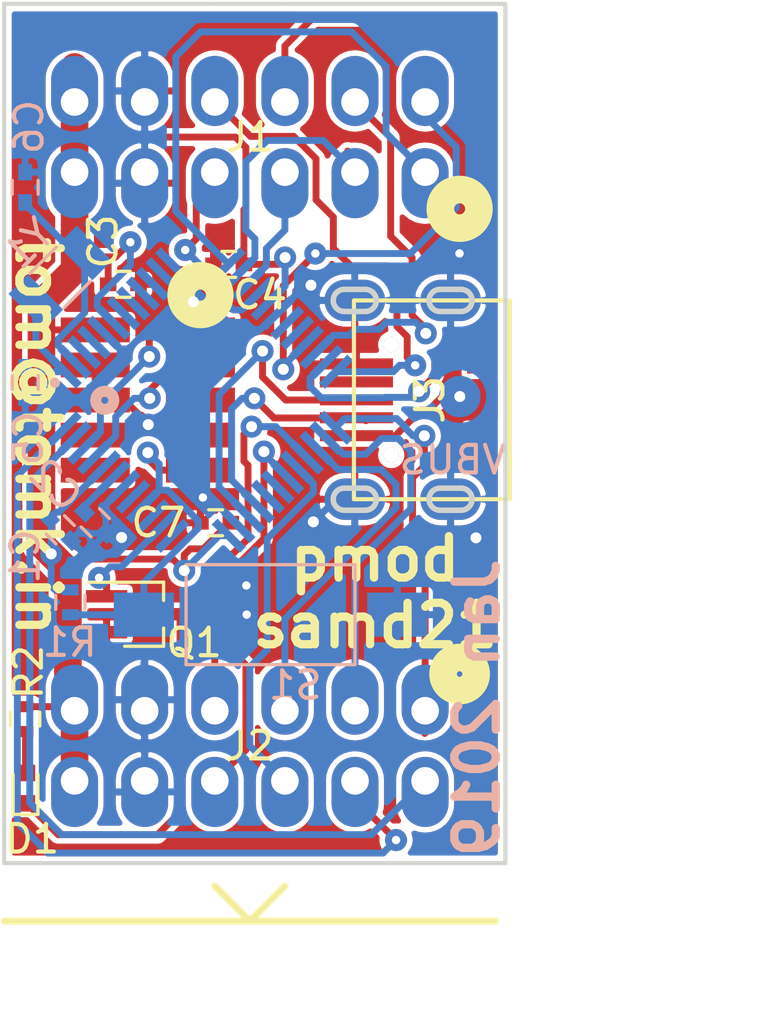
<source format=kicad_pcb>
(kicad_pcb (version 20171130) (host pcbnew 5.0.1)
  (layers (0 F.Cu signal hide) (31 B.Cu signal hide) (34 B.Paste user hide) (35 F.Paste user hide) (36 B.SilkS user) (37 F.SilkS user hide) (38 B.Mask user) (39 F.Mask user) (44 Edge.Cuts user))
  (net 0 "")
  (net 1 GND)
  (net 2 +3V3)
  (net 3 "Net-(C2-Pad1)")
  (net 4 "Net-(C5-Pad2)")
  (net 5 "Net-(C6-Pad1)")
  (net 6 /SER2_0)
  (net 7 /SER0_0)
  (net 8 /SER2_1)
  (net 9 /SER0_1)
  (net 10 /SER2_2)
  (net 11 /SER0_2)
  (net 12 /SER2_3)
  (net 13 /SER0_3)
  (net 14 /SER5_3)
  (net 15 /SER1_3)
  (net 16 /SER5_2)
  (net 17 /SER1_2)
  (net 18 /SER5_1)
  (net 19 /SER1_1)
  (net 20 /SER5_0)
  (net 21 /SER1_0)
  (net 22 /~RESET)
  (net 23 /SWCLK)
  (net 24 /SWDIO)
  (net 25 /BLUE_LED)
  (net 26 /USB_D+)
  (net 27 /USB_D-)
  (net 28 "Net-(D1-Pad1)")
  (net 29 "Net-(D1-Pad2)")
  (net 30 "Net-(J3-Pad1)")
  (module tom-connectors:PMOD_2X6_PTH_RA_SOCKET (layer F.Cu) (at 151.65 161.75)
    (fp_text reference J2 (at 0 0) (layer F.SilkS))
    (fp_text value PMOD-2x6-FEMALE hide)
    (pad 12 thru_hole oval (at -6.35 1.27 270) (size 2.54 1.7) (drill 1 (offset 0.4 0)) (layers *.Cu *.Mask) (net 2 +3V3))
    (pad 6 thru_hole oval (at -6.35 -1.27 270) (size 2.54 1.7) (drill 1 (offset -0.4 0)) (layers *.Cu *.Mask) (net 2 +3V3))
    (pad 11 thru_hole oval (at -3.81 1.27 270) (size 2.54 1.7) (drill 1 (offset 0.4 0)) (layers *.Cu *.Mask) (net 1 GND))
    (pad 5 thru_hole oval (at -3.81 -1.27 270) (size 2.54 1.7) (drill 1 (offset -0.4 0)) (layers *.Cu *.Mask) (net 1 GND))
    (pad 10 thru_hole oval (at -1.27 1.27 270) (size 2.54 1.7) (drill 1 (offset 0.4 0)) (layers *.Cu *.Mask) (net 14 /SER5_3))
    (pad 4 thru_hole oval (at -1.27 -1.27 270) (size 2.54 1.7) (drill 1 (offset -0.4 0)) (layers *.Cu *.Mask) (net 15 /SER1_3))
    (pad 9 thru_hole oval (at 1.27 1.27 270) (size 2.54 1.7) (drill 1 (offset 0.4 0)) (layers *.Cu *.Mask) (net 16 /SER5_2))
    (pad 3 thru_hole oval (at 1.27 -1.27 270) (size 2.54 1.7) (drill 1 (offset -0.4 0)) (layers *.Cu *.Mask) (net 17 /SER1_2))
    (pad 8 thru_hole oval (at 3.81 1.27 270) (size 2.54 1.7) (drill 1 (offset 0.4 0)) (layers *.Cu *.Mask) (net 18 /SER5_1))
    (pad 2 thru_hole oval (at 3.81 -1.27 270) (size 2.54 1.7) (drill 1 (offset -0.4 0)) (layers *.Cu *.Mask) (net 19 /SER1_1))
    (pad 7 thru_hole oval (at 6.35 1.27 270) (size 2.54 1.7) (drill 1 (offset 0.4 0)) (layers *.Cu *.Mask) (net 20 /SER5_0))
    (pad 1 thru_hole oval (at 6.35 -1.27 270) (size 2.54 1.7) (drill 1 (offset -0.4 0)) (layers *.Cu *.Mask) (net 21 /SER1_0))
  )
  (module tom-connectors:PMOD_2X6_PTH_RA_PLUG (layer F.Cu) (at 151.65 139.7 180)
    (fp_text reference J1 (at 0 0 180) (layer F.SilkS))
    (fp_text value PMOD-2x6-MALE hide)
    (pad 6 thru_hole oval (at 6.35 -1.27 90) (size 2.54 1.7) (drill 1 (offset -0.4 0)) (layers *.Cu *.Mask) (net 2 +3V3))
    (pad 12 thru_hole oval (at 6.35 1.27 90) (size 2.54 1.7) (drill 1 (offset 0.4 0)) (layers *.Cu *.Mask) (net 2 +3V3))
    (pad 5 thru_hole oval (at 3.81 -1.27 90) (size 2.54 1.7) (drill 1 (offset -0.4 0)) (layers *.Cu *.Mask) (net 1 GND))
    (pad 11 thru_hole oval (at 3.81 1.27 90) (size 2.54 1.7) (drill 1 (offset 0.4 0)) (layers *.Cu *.Mask) (net 1 GND))
    (pad 4 thru_hole oval (at 1.27 -1.27 90) (size 2.54 1.7) (drill 1 (offset -0.4 0)) (layers *.Cu *.Mask) (net 13 /SER0_3))
    (pad 10 thru_hole oval (at 1.27 1.27 90) (size 2.54 1.7) (drill 1 (offset 0.4 0)) (layers *.Cu *.Mask) (net 12 /SER2_3))
    (pad 3 thru_hole oval (at -1.27 -1.27 90) (size 2.54 1.7) (drill 1 (offset -0.4 0)) (layers *.Cu *.Mask) (net 11 /SER0_2))
    (pad 9 thru_hole oval (at -1.27 1.27 90) (size 2.54 1.7) (drill 1 (offset 0.4 0)) (layers *.Cu *.Mask) (net 10 /SER2_2))
    (pad 2 thru_hole oval (at -3.81 -1.27 90) (size 2.54 1.7) (drill 1 (offset -0.4 0)) (layers *.Cu *.Mask) (net 9 /SER0_1))
    (pad 8 thru_hole oval (at -3.81 1.27 90) (size 2.54 1.7) (drill 1 (offset 0.4 0)) (layers *.Cu *.Mask) (net 8 /SER2_1))
    (pad 1 thru_hole oval (at -6.35 -1.27 90) (size 2.54 1.7) (drill 1 (offset -0.4 0)) (layers *.Cu *.Mask) (net 7 /SER0_0))
    (pad 7 thru_hole oval (at -6.35 1.27 90) (size 2.54 1.7) (drill 1 (offset 0.4 0)) (layers *.Cu *.Mask) (net 6 /SER2_0))
  )
  (module tom-connectors:USB_MICRO_TAOBAO_SMD_PTH (layer F.Cu) (at 161.07156 149.21738 90)
    (fp_text reference J3 (at 0 -2.9 90) (layer F.SilkS))
    (fp_text value USB_B_Micro hide)
    (fp_line (start 4 -2.53) (end 4 -1.77) (layer Edge.Cuts) (width 0.2))
    (fp_arc (start 3.6 -6) (end 4 -6) (angle -180) (layer Edge.Cuts) (width 0.2))
    (fp_line (start 4 -6) (end 4 -5.24) (layer Edge.Cuts) (width 0.2))
    (fp_line (start 3.2 -6) (end 3.2 -5.24) (layer Edge.Cuts) (width 0.2))
    (fp_arc (start 3.6 -5.24) (end 4 -5.24) (angle 180) (layer Edge.Cuts) (width 0.2))
    (fp_arc (start 3.6 -2.53) (end 4 -2.53) (angle -180) (layer Edge.Cuts) (width 0.2))
    (fp_arc (start 3.6 -1.77) (end 4 -1.77) (angle 180) (layer Edge.Cuts) (width 0.2))
    (fp_line (start 3.2 -2.53) (end 3.2 -1.77) (layer Edge.Cuts) (width 0.2))
    (fp_arc (start -3.6 -2.53) (end -3.2 -2.53) (angle -180) (layer Edge.Cuts) (width 0.2))
    (fp_line (start -3.2 -2.53) (end -3.2 -1.77) (layer Edge.Cuts) (width 0.2))
    (fp_line (start -4 -2.53) (end -4 -1.77) (layer Edge.Cuts) (width 0.2))
    (fp_arc (start -3.6 -1.77) (end -3.2 -1.77) (angle 180) (layer Edge.Cuts) (width 0.2))
    (fp_line (start -4 -6) (end -4 -5.24) (layer Edge.Cuts) (width 0.2))
    (fp_line (start -3.2 -6) (end -3.2 -5.24) (layer Edge.Cuts) (width 0.2))
    (fp_arc (start -3.6 -5.24) (end -3.2 -5.24) (angle 180) (layer Edge.Cuts) (width 0.2))
    (fp_arc (start -3.6 -6) (end -3.2 -6) (angle -180) (layer Edge.Cuts) (width 0.2))
    (pad 6 smd rect (at -1.5 -1 90) (size 1.1 1.1) (layers F.Cu F.Paste F.Mask) (net 1 GND))
    (pad 6 smd rect (at 1.5 -1 90) (size 1.1 1.1) (layers F.Cu F.Paste F.Mask) (net 1 GND))
    (pad 3 smd rect (at 0 -5.56 90) (size 0.4 2.65) (layers F.Cu F.Paste F.Mask) (net 26 /USB_D+))
    (pad LOCATE thru_hole circle (at -2 -4.3 90) (size 0.55 0.55) (drill 0.55) (layers *.Cu *.Mask))
    (pad LOCATE thru_hole circle (at 2 -4.3 90) (size 0.55 0.55) (drill 0.55) (layers *.Cu *.Mask))
    (pad 2 smd rect (at -0.65 -5.56 90) (size 0.4 2.65) (layers F.Cu F.Paste F.Mask) (net 27 /USB_D-))
    (pad 1 smd rect (at -1.3 -5.56 90) (size 0.4 2.65) (layers F.Cu F.Paste F.Mask) (net 30 "Net-(J3-Pad1)"))
    (pad 4 smd rect (at 0.65 -5.56 90) (size 0.4 2.65) (layers F.Cu F.Paste F.Mask))
    (pad 5 smd rect (at 1.3 -5.56 90) (size 0.4 2.65) (layers F.Cu F.Paste F.Mask) (net 1 GND))
    (pad 6 smd oval (at -3.6 -2.15 90) (size 1.5 2.2) (layers F.Cu F.Mask) (net 1 GND))
    (pad 6 smd oval (at 3.6 -2.15 90) (size 1.5 2.2) (layers F.Cu F.Mask) (net 1 GND))
    (pad 6 smd oval (at 3.6 -5.62 90) (size 1.5 2.2) (layers F.Cu F.Mask) (net 1 GND))
    (pad 6 smd oval (at -3.6 -5.62 90) (size 1.5 2.2) (layers F.Cu F.Mask) (net 1 GND))
    (pad 6 smd oval (at -3.6 -5.62 90) (size 1.5 2.2) (layers B.Cu B.Mask) (net 1 GND))
    (pad 6 smd oval (at -3.6 -2.15 90) (size 1.5 2.2) (layers B.Cu B.Mask) (net 1 GND))
    (pad 6 smd oval (at 3.6 -5.62 90) (size 1.5 2.2) (layers B.Cu B.Mask) (net 1 GND))
    (pad 6 smd oval (at 3.6 -2.15 90) (size 1.5 2.2) (layers B.Cu B.Mask) (net 1 GND))
  )
  (module tom-connectors:CONN_1.27_2x5 (layer F.Cu) (at 147.955 149.225 270)
    (fp_text reference J4 hide)
    (fp_text value CORTEX_DEBUGPTH hide)
    (pad 9 smd rect (at 2.54 1.905 270) (size 0.9 2.5) (layers F.Cu F.Paste F.Mask))
    (pad 10 smd rect (at 2.54 -1.905 270) (size 0.9 2.5) (layers F.Cu F.Paste F.Mask) (net 22 /~RESET))
    (pad 7 smd rect (at 1.27 1.905 270) (size 0.9 2.5) (layers F.Cu F.Paste F.Mask))
    (pad 8 smd rect (at 1.27 -1.905 270) (size 0.9 2.5) (layers F.Cu F.Paste F.Mask))
    (pad 5 smd rect (at 0 1.905 270) (size 0.9 2.5) (layers F.Cu F.Paste F.Mask) (net 1 GND))
    (pad 6 smd rect (at 0 -1.905 270) (size 0.9 2.5) (layers F.Cu F.Paste F.Mask))
    (pad 3 smd rect (at -1.27 1.905 270) (size 0.9 2.5) (layers F.Cu F.Paste F.Mask) (net 1 GND))
    (pad 4 smd rect (at -1.27 -1.905 270) (size 0.9 2.5) (layers F.Cu F.Paste F.Mask) (net 23 /SWCLK))
    (pad 1 smd rect (at -2.54 1.905 270) (size 0.9 2.5) (layers F.Cu F.Paste F.Mask) (net 2 +3V3))
    (pad 2 smd rect (at -2.54 -1.905 270) (size 0.9 2.5) (layers F.Cu F.Paste F.Mask) (net 24 /SWDIO))
  )
  (module tom-semiconductors:QFP50P900X900X120-48N (layer B.Cu) (at 149.86 149.225 315)
    (fp_text reference U1 hide)
    (fp_text value ATSAMD21G-A hide)
    (pad 1 smd rect (at -4.2 2.75 135) (size 1.45 0.3) (layers B.Cu B.Paste B.Mask) (net 4 "Net-(C5-Pad2)"))
    (pad 2 smd rect (at -4.2 2.25 135) (size 1.45 0.3) (layers B.Cu B.Paste B.Mask) (net 5 "Net-(C6-Pad1)"))
    (pad 3 smd rect (at -4.2 1.749999 135) (size 1.45 0.3) (layers B.Cu B.Paste B.Mask))
    (pad 4 smd rect (at -4.2 1.25 135) (size 1.45 0.3) (layers B.Cu B.Paste B.Mask))
    (pad 5 smd rect (at -4.2 0.750001 135) (size 1.45 0.3) (layers B.Cu B.Paste B.Mask) (net 1 GND))
    (pad 6 smd rect (at -4.2 0.25 135) (size 1.45 0.3) (layers B.Cu B.Paste B.Mask) (net 2 +3V3))
    (pad 7 smd rect (at -4.2 -0.25 135) (size 1.45 0.3) (layers B.Cu B.Paste B.Mask))
    (pad 8 smd rect (at -4.2 -0.750001 135) (size 1.45 0.3) (layers B.Cu B.Paste B.Mask))
    (pad 9 smd rect (at -4.2 -1.25 135) (size 1.45 0.3) (layers B.Cu B.Paste B.Mask))
    (pad 11 smd rect (at -4.2 -2.25 135) (size 1.45 0.3) (layers B.Cu B.Paste B.Mask))
    (pad 12 smd rect (at -4.2 -2.75 135) (size 1.45 0.3) (layers B.Cu B.Paste B.Mask))
    (pad 13 smd rect (at -2.75 -4.2 45) (size 1.45 0.3) (layers B.Cu B.Paste B.Mask) (net 7 /SER0_0))
    (pad 14 smd rect (at -2.25 -4.2 45) (size 1.45 0.3) (layers B.Cu B.Paste B.Mask) (net 9 /SER0_1))
    (pad 15 smd rect (at -1.749999 -4.2 45) (size 1.45 0.3) (layers B.Cu B.Paste B.Mask) (net 11 /SER0_2))
    (pad 16 smd rect (at -1.25 -4.2 45) (size 1.45 0.3) (layers B.Cu B.Paste B.Mask) (net 13 /SER0_3))
    (pad 17 smd rect (at -0.750001 -4.2 225) (size 1.45 0.3) (layers B.Cu B.Paste B.Mask) (net 2 +3V3))
    (pad 18 smd rect (at -0.25 -4.2 45) (size 1.45 0.3) (layers B.Cu B.Paste B.Mask) (net 1 GND))
    (pad 19 smd rect (at 0.25 -4.2 225) (size 1.45 0.3) (layers B.Cu B.Paste B.Mask))
    (pad 20 smd rect (at 0.750001 -4.2 225) (size 1.45 0.3) (layers B.Cu B.Paste B.Mask))
    (pad 21 smd rect (at 1.25 -4.2 225) (size 1.45 0.3) (layers B.Cu B.Paste B.Mask) (net 6 /SER2_0))
    (pad 22 smd rect (at 1.749999 -4.2 225) (size 1.45 0.3) (layers B.Cu B.Paste B.Mask) (net 8 /SER2_1))
    (pad 23 smd rect (at 2.25 -4.2 225) (size 1.45 0.3) (layers B.Cu B.Paste B.Mask) (net 10 /SER2_2))
    (pad 24 smd rect (at 2.75 -4.2 225) (size 1.45 0.3) (layers B.Cu B.Paste B.Mask) (net 12 /SER2_3))
    (pad 10 smd rect (at -4.2 -1.749999 135) (size 1.45 0.3) (layers B.Cu B.Paste B.Mask))
    (pad 25 smd rect (at 4.17 -2.75 315) (size 1.45 0.3) (layers B.Cu B.Paste B.Mask) (net 21 /SER1_0))
    (pad 26 smd rect (at 4.2 -2.25 315) (size 1.45 0.3) (layers B.Cu B.Paste B.Mask) (net 19 /SER1_1))
    (pad 27 smd rect (at 4.2 -1.749999 315) (size 1.45 0.3) (layers B.Cu B.Paste B.Mask) (net 17 /SER1_2))
    (pad 28 smd rect (at 4.2 -1.25 315) (size 1.45 0.3) (layers B.Cu B.Paste B.Mask) (net 15 /SER1_3))
    (pad 29 smd rect (at 4.2 -0.750001 315) (size 1.45 0.3) (layers B.Cu B.Paste B.Mask) (net 16 /SER5_2))
    (pad 30 smd rect (at 4.2 -0.25 315) (size 1.45 0.3) (layers B.Cu B.Paste B.Mask) (net 14 /SER5_3))
    (pad 31 smd rect (at 4.2 0.25 315) (size 1.45 0.3) (layers B.Cu B.Paste B.Mask))
    (pad 32 smd rect (at 4.2 0.750001 315) (size 1.45 0.3) (layers B.Cu B.Paste B.Mask))
    (pad 33 smd rect (at 4.2 1.25 315) (size 1.45 0.3) (layers B.Cu B.Paste B.Mask) (net 27 /USB_D-))
    (pad 35 smd rect (at 4.2 2.25 315) (size 1.45 0.3) (layers B.Cu B.Paste B.Mask) (net 1 GND))
    (pad 36 smd rect (at 4.2 2.75 315) (size 1.45 0.3) (layers B.Cu B.Paste B.Mask) (net 2 +3V3))
    (pad 34 smd rect (at 4.2 1.749999 315) (size 1.45 0.3) (layers B.Cu B.Paste B.Mask) (net 26 /USB_D+))
    (pad 37 smd rect (at 2.75 4.2 225) (size 1.45 0.3) (layers B.Cu B.Paste B.Mask))
    (pad 38 smd rect (at 2.25 4.2 225) (size 1.45 0.3) (layers B.Cu B.Paste B.Mask) (net 25 /BLUE_LED))
    (pad 39 smd rect (at 1.749999 4.2 225) (size 1.45 0.3) (layers B.Cu B.Paste B.Mask))
    (pad 40 smd rect (at 1.25 4.2 225) (size 1.45 0.3) (layers B.Cu B.Paste B.Mask) (net 22 /~RESET))
    (pad 41 smd rect (at 0.750001 4.2 225) (size 1.45 0.3) (layers B.Cu B.Paste B.Mask))
    (pad 42 smd rect (at 0.25 4.2 225) (size 1.45 0.3) (layers B.Cu B.Paste B.Mask) (net 1 GND))
    (pad 43 smd rect (at -0.25 4.2 45) (size 1.45 0.3) (layers B.Cu B.Paste B.Mask) (net 3 "Net-(C2-Pad1)"))
    (pad 44 smd rect (at -0.750001 4.2 45) (size 1.45 0.3) (layers B.Cu B.Paste B.Mask) (net 2 +3V3))
    (pad 45 smd rect (at -1.25 4.2 45) (size 1.45 0.3) (layers B.Cu B.Paste B.Mask) (net 23 /SWCLK))
    (pad 46 smd rect (at -1.749999 4.2 45) (size 1.45 0.3) (layers B.Cu B.Paste B.Mask) (net 24 /SWDIO))
    (pad 47 smd rect (at -2.25 4.2 45) (size 1.45 0.3) (layers B.Cu B.Paste B.Mask) (net 20 /SER5_0))
    (pad 48 smd rect (at -2.75 4.2 45) (size 1.45 0.3) (layers B.Cu B.Paste B.Mask) (net 18 /SER5_1))
  )
  (module Crystals:Crystal_SMD_3215-2pin_3.2x1.5mm (layer B.Cu) (at 144.78 144.78 45)
    (fp_text reference Y1 (at 0.053882 -1.670328 225) (layer B.SilkS) (effects (justify mirror)))
    (fp_text value 32.768kHz hide)
    (pad 1 smd rect (at 1.249999 0 45) (size 1 1.8) (layers B.Cu B.Paste B.Mask) (net 5 "Net-(C6-Pad1)"))
    (pad 2 smd rect (at -1.249999 0 45) (size 1 1.8) (layers B.Cu B.Paste B.Mask) (net 4 "Net-(C5-Pad2)"))
  )
  (module Capacitors_SMD:C_0402 (layer B.Cu) (at 144.78 153.924 315)
    (fp_text reference C1 (at -0.215526 1.580525 90) (layer B.SilkS) (effects (justify mirror)))
    (fp_text value 0.1uF hide)
    (pad 1 smd rect (at -0.55 0 315) (size 0.6 0.5) (layers B.Cu B.Paste B.Mask) (net 2 +3V3))
    (pad 2 smd rect (at 0.55 0 315) (size 0.6 0.5) (layers B.Cu B.Paste B.Mask) (net 1 GND))
  )
  (module Capacitors_SMD:C_0402 (layer B.Cu) (at 146.05 153.67 315)
    (fp_text reference C2 (at -1.984637 0.062862 135) (layer B.SilkS) (effects (justify mirror)))
    (fp_text value 0.1uF hide)
    (pad 1 smd rect (at -0.55 0 315) (size 0.6 0.5) (layers B.Cu B.Paste B.Mask) (net 3 "Net-(C2-Pad1)"))
    (pad 2 smd rect (at 0.55 0 315) (size 0.6 0.5) (layers B.Cu B.Paste B.Mask) (net 1 GND))
  )
  (module Capacitors_SMD:C_0402 (layer F.Cu) (at 147.066 145.034)
    (fp_text reference C3 (at -0.7366 -1.5494 90) (layer F.SilkS))
    (fp_text value 0.1uF hide)
    (pad 1 smd rect (at -0.55 0) (size 0.6 0.5) (layers F.Cu F.Paste F.Mask) (net 2 +3V3))
    (pad 2 smd rect (at 0.55 0) (size 0.6 0.5) (layers F.Cu F.Paste F.Mask) (net 1 GND))
  )
  (module Capacitors_SMD:C_0402 (layer F.Cu) (at 150.885305 144.310608 180)
    (fp_text reference C4 (at -1.133695 -1.104392 180) (layer F.SilkS))
    (fp_text value 0.1uF hide)
    (pad 1 smd rect (at -0.55 0 180) (size 0.6 0.5) (layers F.Cu F.Paste F.Mask) (net 2 +3V3))
    (pad 2 smd rect (at 0.55 0 180) (size 0.6 0.5) (layers F.Cu F.Paste F.Mask) (net 1 GND))
  )
  (module Capacitors_SMD:C_0402 (layer B.Cu) (at 143.51 148.59 90)
    (fp_text reference C5 (at -2.0193 0.1143 270) (layer B.SilkS) (effects (justify mirror)))
    (fp_text value 15pF hide)
    (pad 1 smd rect (at -0.55 0 90) (size 0.6 0.5) (layers B.Cu B.Paste B.Mask) (net 1 GND))
    (pad 2 smd rect (at 0.55 0 90) (size 0.6 0.5) (layers B.Cu B.Paste B.Mask) (net 4 "Net-(C5-Pad2)"))
  )
  (module Capacitors_SMD:C_0402 (layer B.Cu) (at 143.51 141.52 90)
    (fp_text reference C6 (at 2.1883 0.1397 90) (layer B.SilkS) (effects (justify mirror)))
    (fp_text value 15pF hide)
    (pad 1 smd rect (at -0.55 0 90) (size 0.6 0.5) (layers B.Cu B.Paste B.Mask) (net 5 "Net-(C6-Pad1)"))
    (pad 2 smd rect (at 0.55 0 90) (size 0.6 0.5) (layers B.Cu B.Paste B.Mask) (net 1 GND))
  )
  (module Capacitors_SMD:C_0402 (layer F.Cu) (at 150.41 153.67 180)
    (fp_text reference C7 (at 2.074 0 180) (layer F.SilkS))
    (fp_text value 1uF hide)
    (pad 1 smd rect (at -0.55 0 180) (size 0.6 0.5) (layers F.Cu F.Paste F.Mask) (net 2 +3V3))
    (pad 2 smd rect (at 0.55 0 180) (size 0.6 0.5) (layers F.Cu F.Paste F.Mask) (net 1 GND))
  )
  (module TO_SOT_Packages_SMD:SOT-323_SC-70_Handsoldering (layer F.Cu) (at 147.7899 156.9847)
    (fp_text reference Q1 (at 1.8415 1.0287) (layer F.SilkS))
    (fp_text value 2N7002PW hide)
    (pad 1 smd rect (at -1.33 -0.65 270) (size 0.45 1.5) (layers F.Cu F.Paste F.Mask) (net 25 /BLUE_LED))
    (pad 2 smd rect (at -1.33 0.65 270) (size 0.45 1.5) (layers F.Cu F.Paste F.Mask) (net 1 GND))
    (pad 3 smd rect (at 1.33 0 270) (size 0.45 1.5) (layers F.Cu F.Paste F.Mask) (net 28 "Net-(D1-Pad1)"))
  )
  (module Resistors_SMD:R_0402 (layer B.Cu) (at 145.1483 156.5529 90)
    (fp_text reference R1 (at -1.4478 -0.0254 180) (layer B.SilkS) (effects (justify mirror)))
    (fp_text value 10K hide)
    (pad 1 smd rect (at -0.45 0 90) (size 0.4 0.6) (layers B.Cu B.Paste B.Mask) (net 22 /~RESET))
    (pad 2 smd rect (at 0.45 0 90) (size 0.4 0.6) (layers B.Cu B.Paste B.Mask) (net 2 +3V3))
  )
  (module Resistors_SMD:R_0402 (layer F.Cu) (at 143.51 160.782 90)
    (fp_text reference R2 (at 1.7018 0.1143 90) (layer F.SilkS))
    (fp_text value 330 hide)
    (pad 1 smd rect (at -0.45 0 90) (size 0.4 0.6) (layers F.Cu F.Paste F.Mask) (net 29 "Net-(D1-Pad2)"))
    (pad 2 smd rect (at 0.45 0 90) (size 0.4 0.6) (layers F.Cu F.Paste F.Mask) (net 2 +3V3))
  )
  (module LEDs:LED_0402 (layer F.Cu) (at 143.5227 163.2839 90)
    (fp_text reference D1 (at -1.8415 0.2413 180) (layer F.SilkS))
    (fp_text value LED hide)
    (pad 2 smd rect (at 0.55 0 270) (size 0.6 0.7) (layers F.Cu F.Paste F.Mask) (net 29 "Net-(D1-Pad2)"))
    (pad 1 smd rect (at -0.55 0 270) (size 0.6 0.7) (layers F.Cu F.Paste F.Mask) (net 28 "Net-(D1-Pad1)"))
  )
  (module tom-mechanical:SW_SPST_SMD_2PIN_3.5x6.0 (layer B.Cu) (at 152.4 157)
    (fp_text reference S1 (at 0.89662 2.55778) (layer B.SilkS) (effects (justify mirror)))
    (fp_text value SWITCH-MOMENTARY-2SMD hide)
    (pad 1 smd rect (at -4.59 0) (size 2.18 1.6) (layers B.Cu B.Paste B.Mask) (net 22 /~RESET))
    (pad 2 smd rect (at 4.59 0) (size 2.18 1.6) (layers B.Cu B.Paste B.Mask) (net 1 GND))
  )
  (module Measurement_Points:Measurement_Point_Round-SMD-Pad_Small (layer B.Cu) (at 159.258 149.098)
    (fp_text reference TP1 hide)
    (fp_text value VBUS (at -0.254 2.29616) (layer B.SilkS) (effects (justify mirror)))
    (pad 1 smd circle (at 0 0) (size 1.5 1.5) (layers B.Cu B.Mask) (net 30 "Net-(J3-Pad1)"))
  )
  (gr_line (start 142.748 134.874) (end 142.748 166) (layer Edge.Cuts) (width 0.15))
  (gr_text "Jan 2019" (at 159.8803 160.3756 90) (layer B.SilkS) (effects (font (size 1.5 1.5) (thickness 0.3)) (justify mirror)))
  (gr_text "pmod\nsamd21" (at 156.1846 156.1846) (layer F.SilkS) (effects (font (size 1.5 1.5) (thickness 0.3))))
  (gr_text tom@tomk.in (at 143.9799 150.5458 270) (layer F.SilkS) (effects (font (size 1.5 1.5) (thickness 0.3))))
  (gr_line (start 160.909 134.874) (end 142.748 134.874) (layer Edge.Cuts) (width 0.15))
  (gr_line (start 160.909 166) (end 160.909 134.874) (layer Edge.Cuts) (width 0.15))
  (gr_line (start 142.7607 166) (end 160.909 166) (layer Edge.Cuts) (width 0.15))
  (via (at 159.8422 154.2161) (size 0.8) (drill 0.4) (layers F.Cu B.Cu) (net 1))
  (segment (start 149.86 152.908) (end 149.86 152.908) (width 0.25) (layer F.Cu) (net 1))
  (segment (start 149.86 152.908) (end 148.59 152.908) (width 0.25) (layer F.Cu) (net 1))
  (segment (start 148.59 152.908) (end 147.955 153.543) (width 0.25) (layer F.Cu) (net 1))
  (segment (start 145.422909 154.058909) (end 145.168909 154.312909) (width 0.25) (layer B.Cu) (net 1))
  (segment (start 146.438909 154.058909) (end 145.422909 154.058909) (width 0.25) (layer B.Cu) (net 1))
  (segment (start 146.438909 152.999644) (end 146.438909 154.058909) (width 0.25) (layer B.Cu) (net 1))
  (segment (start 147.066928 152.371625) (end 146.438909 152.999644) (width 0.25) (layer B.Cu) (net 1))
  (via (at 147.0025 154.2034) (size 0.8) (drill 0.4) (layers F.Cu B.Cu) (net 1))
  (segment (start 146.685 154.305) (end 146.438909 154.058909) (width 0.25) (layer B.Cu) (net 1))
  (segment (start 147.066 154.305) (end 146.685 154.305) (width 0.25) (layer B.Cu) (net 1))
  (segment (start 146.949996 147.375657) (end 146.949996 147.817004) (width 0.25) (layer B.Cu) (net 1))
  (segment (start 146.359821 146.785482) (end 146.949996 147.375657) (width 0.25) (layer B.Cu) (net 1))
  (segment (start 145.623577 149.143423) (end 144.995423 149.143423) (width 0.25) (layer B.Cu) (net 1))
  (segment (start 146.949996 147.817004) (end 145.623577 149.143423) (width 0.25) (layer B.Cu) (net 1))
  (via (at 147.97024 150.11654) (size 0.8) (drill 0.4) (layers F.Cu B.Cu) (net 1))
  (segment (start 149.86 152.908) (end 149.86 151.892) (width 0.25) (layer B.Cu) (net 1))
  (segment (start 149.86 151.892) (end 148.082 150.114) (width 0.25) (layer B.Cu) (net 1))
  (segment (start 146.949995 147.375656) (end 147.254587 147.375656) (width 0.25) (layer B.Cu) (net 1))
  (segment (start 146.359821 146.785482) (end 146.949995 147.375656) (width 0.25) (layer B.Cu) (net 1))
  (segment (start 147.254587 147.375656) (end 147.844761 146.785482) (width 0.25) (layer B.Cu) (net 1))
  (segment (start 147.844761 146.785482) (end 148.596284 146.785482) (width 0.25) (layer B.Cu) (net 1))
  (segment (start 148.596284 146.785482) (end 149.835117 148.024315) (width 0.25) (layer B.Cu) (net 1))
  (segment (start 149.835117 148.024315) (end 149.835117 148.59) (width 0.25) (layer B.Cu) (net 1))
  (segment (start 152.027558 146.668549) (end 150.605549 146.668549) (width 0.25) (layer B.Cu) (net 1))
  (segment (start 152.617732 146.078375) (end 152.027558 146.668549) (width 0.25) (layer B.Cu) (net 1))
  (segment (start 150.005999 146.068999) (end 149.606 145.669) (width 0.25) (layer B.Cu) (net 1))
  (segment (start 152.653072 146.078375) (end 152.617732 146.078375) (width 0.25) (layer B.Cu) (net 1))
  (segment (start 150.605549 146.668549) (end 150.005999 146.068999) (width 0.25) (layer B.Cu) (net 1))
  (via (at 149.606 145.669) (size 0.8) (drill 0.4) (layers F.Cu B.Cu) (net 1))
  (segment (start 147.653659 149.776341) (end 147.726341 149.776341) (width 0.25) (layer F.Cu) (net 1))
  (segment (start 147.102318 149.225) (end 147.653659 149.776341) (width 0.25) (layer F.Cu) (net 1))
  (segment (start 146.05 149.225) (end 147.102318 149.225) (width 0.25) (layer F.Cu) (net 1))
  (segment (start 147.726341 149.776341) (end 148.075 150.125) (width 0.25) (layer F.Cu) (net 1))
  (segment (start 146.05 147.955) (end 146.05 149.225) (width 0.25) (layer F.Cu) (net 1))
  (via (at 153.86304 145.06702) (size 0.8) (drill 0.4) (layers F.Cu B.Cu) (net 1))
  (via (at 153.9494 153.63698) (size 0.8) (drill 0.4) (layers F.Cu B.Cu) (net 1))
  (segment (start 147.81 161.25) (end 147.77 161.29) (width 0.25) (layer B.Cu) (net 1))
  (segment (start 147.81 158.75) (end 147.81 161.25) (width 0.25) (layer B.Cu) (net 1))
  (via (at 151.5237 155.9433) (size 0.8) (drill 0.3048) (layers F.Cu B.Cu) (net 1))
  (via (at 151.5364 156.9974) (size 0.8) (drill 0.3048) (layers F.Cu B.Cu) (net 1))
  (segment (start 149.86 152.908) (end 149.86 153.67) (width 0.25) (layer F.Cu) (net 1))
  (via (at 149.9489 152.7556) (size 0.75) (drill 0.3048) (layers F.Cu B.Cu) (net 1))
  (segment (start 158.92156 146.61738) (end 160.3883 148.08412) (width 0.25) (layer B.Cu) (net 1))
  (segment (start 158.92156 145.61738) (end 158.92156 146.61738) (width 0.25) (layer B.Cu) (net 1))
  (segment (start 158.92156 151.81738) (end 158.92156 152.81738) (width 0.25) (layer B.Cu) (net 1))
  (segment (start 160.3883 150.35064) (end 158.92156 151.81738) (width 0.25) (layer B.Cu) (net 1))
  (segment (start 160.3883 148.08412) (end 160.3883 150.35064) (width 0.25) (layer B.Cu) (net 1))
  (segment (start 155.45156 152.81738) (end 154.77662 152.81738) (width 0.25) (layer B.Cu) (net 1))
  (segment (start 154.77662 152.81738) (end 153.9494 153.6446) (width 0.25) (layer B.Cu) (net 1))
  (segment (start 154.10156 145.61738) (end 153.8605 145.37632) (width 0.25) (layer B.Cu) (net 1))
  (segment (start 155.45156 145.61738) (end 154.10156 145.61738) (width 0.25) (layer B.Cu) (net 1))
  (segment (start 153.8605 145.37632) (end 153.8605 145.0594) (width 0.25) (layer B.Cu) (net 1))
  (segment (start 154.10156 145.61738) (end 153.8732 145.38902) (width 0.25) (layer F.Cu) (net 1))
  (segment (start 155.45156 145.61738) (end 154.10156 145.61738) (width 0.25) (layer F.Cu) (net 1))
  (segment (start 153.8732 145.38902) (end 153.8732 145.0594) (width 0.25) (layer F.Cu) (net 1))
  (segment (start 154.10156 152.81738) (end 153.9621 152.95684) (width 0.25) (layer F.Cu) (net 1))
  (segment (start 155.45156 152.81738) (end 154.10156 152.81738) (width 0.25) (layer F.Cu) (net 1))
  (segment (start 153.9621 152.95684) (end 153.9621 153.6319) (width 0.25) (layer F.Cu) (net 1))
  (segment (start 158.92156 154.85756) (end 159.4993 155.4353) (width 0.25) (layer F.Cu) (net 1))
  (segment (start 158.92156 152.81738) (end 158.92156 154.85756) (width 0.25) (layer F.Cu) (net 1))
  (segment (start 159.4993 155.4353) (end 159.5247 155.4353) (width 0.25) (layer F.Cu) (net 1))
  (via (at 159.2453 143.9164) (size 0.8) (drill 0.3048) (layers F.Cu B.Cu) (net 1))
  (segment (start 158.92156 145.61738) (end 158.92156 144.22744) (width 0.25) (layer F.Cu) (net 1))
  (segment (start 158.92156 144.22744) (end 159.2326 143.9164) (width 0.25) (layer F.Cu) (net 1))
  (segment (start 144.736735 153.287604) (end 146.359821 151.664518) (width 0.25) (layer B.Cu) (net 2))
  (segment (start 144.638578 153.287604) (end 144.736735 153.287604) (width 0.25) (layer B.Cu) (net 2))
  (segment (start 144.391091 153.535091) (end 144.638578 153.287604) (width 0.25) (layer B.Cu) (net 2))
  (segment (start 149.271998 154.833491) (end 149.271998 155.399176) (width 0.25) (layer F.Cu) (net 2))
  (segment (start 150.96 153.67) (end 150.91 153.67) (width 0.25) (layer F.Cu) (net 2))
  (segment (start 150.531782 154.139392) (end 149.271998 155.399176) (width 0.25) (layer B.Cu) (net 2))
  (segment (start 150.885305 154.139392) (end 150.531782 154.139392) (width 0.25) (layer B.Cu) (net 2))
  (segment (start 149.49049 154.614999) (end 149.271998 154.833491) (width 0.25) (layer F.Cu) (net 2))
  (segment (start 149.965001 154.614999) (end 149.49049 154.614999) (width 0.25) (layer F.Cu) (net 2))
  (segment (start 150.91 153.67) (end 149.965001 154.614999) (width 0.25) (layer F.Cu) (net 2))
  (via (at 149.271998 155.399176) (size 0.8) (drill 0.4) (layers F.Cu B.Cu) (net 2))
  (segment (start 145.242 161.232) (end 145.3 161.29) (width 0.25) (layer F.Cu) (net 2))
  (segment (start 144.099999 145.710001) (end 144.099999 152.739999) (width 1) (layer F.Cu) (net 2))
  (segment (start 145.3 144.51) (end 144.099999 145.710001) (width 1) (layer F.Cu) (net 2))
  (segment (start 145.3 142.24) (end 145.3 144.51) (width 1) (layer F.Cu) (net 2))
  (segment (start 145.3 144.51) (end 145.288 144.498) (width 0.25) (layer F.Cu) (net 2))
  (via (at 144.452067 154.798151) (size 0.8) (drill 0.4) (layers F.Cu B.Cu) (net 2))
  (segment (start 144.272 154.686) (end 144.384151 154.798151) (width 0.25) (layer F.Cu) (net 2))
  (segment (start 144.384151 154.798151) (end 144.452067 154.798151) (width 0.25) (layer F.Cu) (net 2))
  (segment (start 144.452067 153.596067) (end 144.391091 153.535091) (width 0.25) (layer B.Cu) (net 2))
  (segment (start 144.452067 154.798151) (end 144.452067 153.596067) (width 0.25) (layer B.Cu) (net 2))
  (segment (start 146.516 145.034) (end 146.516 144.19632) (width 0.25) (layer F.Cu) (net 2))
  (segment (start 145.288 144.018) (end 145.311155 144.041155) (width 0.25) (layer F.Cu) (net 2))
  (segment (start 146.1232 145.537163) (end 146.671165 144.989198) (width 0.25) (layer B.Cu) (net 2))
  (segment (start 146.1232 145.841753) (end 146.1232 145.537163) (width 0.25) (layer B.Cu) (net 2))
  (segment (start 146.713375 146.431928) (end 146.1232 145.841753) (width 0.25) (layer B.Cu) (net 2))
  (segment (start 146.516 144.19632) (end 146.671165 144.041155) (width 0.25) (layer F.Cu) (net 2))
  (segment (start 145.311155 144.041155) (end 146.10548 144.041155) (width 0.25) (layer F.Cu) (net 2))
  (segment (start 146.10548 144.041155) (end 146.671165 144.041155) (width 0.25) (layer F.Cu) (net 2))
  (segment (start 145.3 139.2929) (end 145.3 137.16) (width 0.25) (layer F.Cu) (net 2))
  (segment (start 145.415 139.4079) (end 145.3 139.2929) (width 0.25) (layer F.Cu) (net 2))
  (segment (start 144.55 146.685) (end 144.1 146.235) (width 0.25) (layer F.Cu) (net 2))
  (segment (start 146.05 146.685) (end 144.55 146.685) (width 0.25) (layer F.Cu) (net 2))
  (segment (start 144.1 146.235) (end 144.1 145.725) (width 0.25) (layer F.Cu) (net 2))
  (segment (start 152.299518 145.724821) (end 152.926674 145.097665) (width 0.25) (layer B.Cu) (net 2))
  (segment (start 152.926674 145.097665) (end 152.926674 144.628087) (width 0.25) (layer B.Cu) (net 2))
  (segment (start 152.926674 144.628087) (end 152.926674 144.062402) (width 0.25) (layer B.Cu) (net 2))
  (via (at 152.926674 144.062402) (size 0.8) (drill 0.4) (layers F.Cu B.Cu) (net 2))
  (segment (start 152.678468 144.310608) (end 152.926674 144.062402) (width 0.25) (layer F.Cu) (net 2))
  (segment (start 151.435305 144.310608) (end 152.678468 144.310608) (width 0.25) (layer F.Cu) (net 2))
  (segment (start 151.50741 142.256988) (end 151.50741 140.07741) (width 0.25) (layer F.Cu) (net 2))
  (segment (start 151.435305 144.310608) (end 151.435305 142.329093) (width 0.25) (layer F.Cu) (net 2))
  (segment (start 151.435305 142.329093) (end 151.50741 142.256988) (width 0.25) (layer F.Cu) (net 2))
  (segment (start 151.13 139.7) (end 145.3 139.7) (width 0.25) (layer F.Cu) (net 2))
  (segment (start 151.50741 140.07741) (end 151.13 139.7) (width 0.25) (layer F.Cu) (net 2))
  (segment (start 145.3 137.16) (end 145.3 139.7) (width 1) (layer F.Cu) (net 2))
  (segment (start 145.3 139.7) (end 145.3 142.24) (width 1) (layer F.Cu) (net 2))
  (via (at 147.32 143.51) (size 0.8) (drill 0.3048) (layers F.Cu B.Cu) (net 2))
  (segment (start 146.671165 144.989198) (end 147.32 144.340363) (width 0.25) (layer B.Cu) (net 2))
  (segment (start 147.32 144.340363) (end 147.32 143.51) (width 0.25) (layer B.Cu) (net 2))
  (segment (start 146.788845 144.041155) (end 146.671165 144.041155) (width 0.25) (layer F.Cu) (net 2))
  (segment (start 147.32 143.51) (end 146.788845 144.041155) (width 0.25) (layer F.Cu) (net 2))
  (segment (start 145.3 163.02) (end 145.3 160.48) (width 1) (layer F.Cu) (net 2))
  (segment (start 145.057499 160.237499) (end 145.057499 155.407999) (width 1) (layer F.Cu) (net 2))
  (segment (start 145.3 160.48) (end 145.057499 160.237499) (width 1) (layer F.Cu) (net 2))
  (segment (start 145.057499 155.407999) (end 144.4498 154.8003) (width 1) (layer F.Cu) (net 2))
  (segment (start 144.4498 154.8003) (end 144.1069 154.4574) (width 1) (layer F.Cu) (net 2))
  (segment (start 144.1069 154.4574) (end 144.1069 152.7429) (width 1) (layer F.Cu) (net 2))
  (segment (start 144.5983 156.1029) (end 144.4498 155.9544) (width 0.25) (layer B.Cu) (net 2))
  (segment (start 145.1483 156.1029) (end 144.5983 156.1029) (width 0.25) (layer B.Cu) (net 2))
  (segment (start 144.4498 155.9544) (end 144.4498 154.8003) (width 0.25) (layer B.Cu) (net 2))
  (segment (start 149.271998 155.399176) (end 148.85932 154.986498) (width 0.25) (layer F.Cu) (net 2))
  (segment (start 145.482802 154.986498) (end 145.0594 155.4099) (width 0.25) (layer F.Cu) (net 2))
  (segment (start 148.85932 154.986498) (end 145.482802 154.986498) (width 0.25) (layer F.Cu) (net 2))
  (segment (start 145.152 160.332) (end 145.3 160.48) (width 0.25) (layer F.Cu) (net 2))
  (segment (start 143.51 160.332) (end 145.152 160.332) (width 0.25) (layer F.Cu) (net 2))
  (segment (start 145.661091 153.070356) (end 145.661091 153.281091) (width 0.25) (layer B.Cu) (net 3))
  (segment (start 146.713375 152.018072) (end 145.661091 153.070356) (width 0.25) (layer B.Cu) (net 3))
  (segment (start 143.669695 148.199695) (end 143.51 148.04) (width 0.25) (layer B.Cu) (net 4))
  (segment (start 144.945608 148.199695) (end 143.669695 148.199695) (width 0.25) (layer B.Cu) (net 4))
  (segment (start 143.896117 147.150204) (end 144.945608 148.199695) (width 0.25) (layer B.Cu) (net 4))
  (segment (start 143.896117 145.663883) (end 143.896117 147.150204) (width 0.25) (layer B.Cu) (net 4))
  (segment (start 145.663883 144.703223) (end 145.663883 143.896117) (width 0.25) (layer B.Cu) (net 5))
  (segment (start 145.663883 146.063796) (end 145.663883 144.703223) (width 0.25) (layer B.Cu) (net 5))
  (segment (start 144.715799 147.01188) (end 145.663883 146.063796) (width 0.25) (layer B.Cu) (net 5))
  (segment (start 144.715799 147.26278) (end 144.715799 147.01188) (width 0.25) (layer B.Cu) (net 5))
  (segment (start 145.299161 147.846142) (end 144.715799 147.26278) (width 0.25) (layer B.Cu) (net 5))
  (segment (start 145.286117 143.896117) (end 145.663883 143.896117) (width 0.25) (layer B.Cu) (net 5))
  (segment (start 143.51 142.12) (end 145.286117 143.896117) (width 0.25) (layer B.Cu) (net 5))
  (segment (start 143.51 142.07) (end 143.51 142.12) (width 0.25) (layer B.Cu) (net 5))
  (segment (start 158 137.16) (end 158 138.5704) (width 0.25) (layer F.Cu) (net 6))
  (segment (start 157.988 138.5824) (end 158.2674 138.8618) (width 0.25) (layer B.Cu) (net 6))
  (via (at 152.860601 148.113057) (size 0.8) (drill 0.4) (layers F.Cu B.Cu) (net 6))
  (segment (start 152.860601 147.547372) (end 152.860601 148.113057) (width 0.25) (layer F.Cu) (net 6))
  (segment (start 153.713732 147.139035) (end 152.860601 147.992166) (width 0.25) (layer B.Cu) (net 6))
  (segment (start 152.860601 145.512188) (end 152.860601 147.547372) (width 0.25) (layer F.Cu) (net 6))
  (segment (start 152.860601 147.992166) (end 152.860601 148.113057) (width 0.25) (layer B.Cu) (net 6))
  (via (at 154.023472 143.918785) (size 0.8) (drill 0.3048) (layers F.Cu B.Cu) (net 6))
  (segment (start 152.860601 145.512188) (end 152.860601 145.086479) (width 0.25) (layer F.Cu) (net 6))
  (segment (start 152.860601 145.086479) (end 154.02814 143.91894) (width 0.25) (layer F.Cu) (net 6))
  (segment (start 158 138.936554) (end 158 138.43) (width 0.25) (layer B.Cu) (net 6))
  (segment (start 159.12741 140.063964) (end 158 138.936554) (width 0.25) (layer B.Cu) (net 6))
  (segment (start 159.12741 142.256988) (end 159.12741 140.063964) (width 0.25) (layer B.Cu) (net 6))
  (segment (start 157.465613 143.918785) (end 159.12741 142.256988) (width 0.25) (layer B.Cu) (net 6))
  (segment (start 154.023472 143.918785) (end 157.465613 143.918785) (width 0.25) (layer B.Cu) (net 6))
  (segment (start 158 142.24) (end 158 140.629076) (width 0.25) (layer F.Cu) (net 7))
  (segment (start 148.96741 142.392713) (end 148.96741 136.78259) (width 0.25) (layer B.Cu) (net 7))
  (segment (start 150.885305 144.310608) (end 148.96741 142.392713) (width 0.25) (layer B.Cu) (net 7))
  (segment (start 148.96741 136.78259) (end 149.86 135.89) (width 0.25) (layer B.Cu) (net 7))
  (segment (start 156.58741 139.55741) (end 158 140.97) (width 0.25) (layer B.Cu) (net 7))
  (segment (start 156.58741 137.143012) (end 156.58741 139.55741) (width 0.25) (layer B.Cu) (net 7))
  (segment (start 155.334398 135.89) (end 156.58741 137.143012) (width 0.25) (layer B.Cu) (net 7))
  (segment (start 149.86 135.89) (end 155.334398 135.89) (width 0.25) (layer B.Cu) (net 7))
  (segment (start 154.680568 146.879305) (end 155.252303 146.879305) (width 0.25) (layer B.Cu) (net 8))
  (segment (start 154.067285 147.492588) (end 154.680568 146.879305) (width 0.25) (layer B.Cu) (net 8))
  (segment (start 157.916599 146.985001) (end 157.988 146.9136) (width 0.25) (layer B.Cu) (net 8))
  (segment (start 158.03 146.775293) (end 158.03 146.79) (width 0.25) (layer F.Cu) (net 8))
  (segment (start 155.466629 146.664979) (end 156.334161 146.664979) (width 0.25) (layer B.Cu) (net 8))
  (segment (start 155.252303 146.879305) (end 155.466629 146.664979) (width 0.25) (layer B.Cu) (net 8))
  (segment (start 156.334161 146.664979) (end 156.591 146.40814) (width 0.25) (layer B.Cu) (net 8))
  (segment (start 156.591 146.40814) (end 157.66034 146.40814) (width 0.25) (layer B.Cu) (net 8))
  (segment (start 157.66034 146.40814) (end 158.02864 146.77644) (width 0.25) (layer B.Cu) (net 8))
  (via (at 158.02356 146.80946) (size 0.8) (drill 0.4) (layers F.Cu B.Cu) (net 8))
  (segment (start 155.46 137.16) (end 155.46 137.922) (width 0.25) (layer F.Cu) (net 8))
  (segment (start 156.75209 139.72209) (end 155.46 138.43) (width 0.25) (layer F.Cu) (net 8))
  (segment (start 156.75209 143.29263) (end 156.75209 139.72209) (width 0.25) (layer F.Cu) (net 8))
  (segment (start 157.52826 144.0688) (end 156.75209 143.29263) (width 0.25) (layer F.Cu) (net 8))
  (segment (start 157.52826 146.15668) (end 157.52826 144.0688) (width 0.25) (layer F.Cu) (net 8))
  (segment (start 158.03118 146.77644) (end 158.03118 146.6596) (width 0.25) (layer F.Cu) (net 8))
  (segment (start 158.03118 146.6596) (end 157.52826 146.15668) (width 0.25) (layer F.Cu) (net 8))
  (segment (start 155.46 140.476009) (end 155.191991 140.208) (width 0.25) (layer F.Cu) (net 9))
  (segment (start 151.832413 144.070606) (end 151.832413 143.386496) (width 0.25) (layer B.Cu) (net 9))
  (segment (start 151.238858 144.664161) (end 151.832413 144.070606) (width 0.25) (layer B.Cu) (net 9))
  (segment (start 151.50741 143.061493) (end 151.50741 140.59259) (width 0.25) (layer B.Cu) (net 9))
  (segment (start 151.832413 143.386496) (end 151.50741 143.061493) (width 0.25) (layer B.Cu) (net 9))
  (segment (start 154.31259 139.82259) (end 155.46 140.97) (width 0.25) (layer B.Cu) (net 9))
  (segment (start 152.27741 139.82259) (end 154.31259 139.82259) (width 0.25) (layer B.Cu) (net 9))
  (segment (start 151.50741 140.59259) (end 152.27741 139.82259) (width 0.25) (layer B.Cu) (net 9))
  (segment (start 152.92 137.16) (end 152.92 136.398) (width 0.25) (layer F.Cu) (net 10))
  (segment (start 153.936 135.382) (end 156.045002 135.382) (width 0.25) (layer F.Cu) (net 10))
  (segment (start 152.92 136.398) (end 153.936 135.382) (width 0.25) (layer F.Cu) (net 10))
  (segment (start 153.830664 148.436317) (end 153.830664 148.740907) (width 0.25) (layer B.Cu) (net 10))
  (segment (start 154.420839 147.846142) (end 153.830664 148.436317) (width 0.25) (layer B.Cu) (net 10))
  (segment (start 154.23318 149.143423) (end 156.545337 149.143423) (width 0.25) (layer B.Cu) (net 10))
  (segment (start 153.830664 148.740907) (end 154.23318 149.143423) (width 0.25) (layer B.Cu) (net 10))
  (segment (start 157.77464 149.12848) (end 157.77464 149.12848) (width 0.25) (layer F.Cu) (net 10))
  (segment (start 156.545337 149.143423) (end 156.56028 149.12848) (width 0.25) (layer B.Cu) (net 10))
  (segment (start 156.56028 149.12848) (end 157.77718 149.12848) (width 0.25) (layer B.Cu) (net 10))
  (via (at 157.782442 148.909403) (size 0.8) (drill 0.4) (layers F.Cu B.Cu) (net 10))
  (segment (start 157.77464 148.917205) (end 157.782442 148.909403) (width 0.25) (layer F.Cu) (net 10))
  (segment (start 157.77972 149.13356) (end 157.77464 149.12848) (width 0.25) (layer F.Cu) (net 10))
  (segment (start 157.77464 149.12848) (end 157.77464 148.917205) (width 0.25) (layer F.Cu) (net 10))
  (segment (start 158.347902 148.343943) (end 158.182441 148.509404) (width 0.25) (layer F.Cu) (net 10))
  (segment (start 158.347902 147.678918) (end 158.347902 148.343943) (width 0.25) (layer F.Cu) (net 10))
  (segment (start 159.0929 135.382) (end 160.4772 136.7663) (width 0.25) (layer F.Cu) (net 10))
  (segment (start 160.4772 136.7663) (end 160.4772 146.35988) (width 0.25) (layer F.Cu) (net 10))
  (segment (start 156.0449 135.382) (end 159.0929 135.382) (width 0.25) (layer F.Cu) (net 10))
  (segment (start 158.182441 148.509404) (end 157.782442 148.909403) (width 0.25) (layer F.Cu) (net 10))
  (segment (start 160.4772 146.35988) (end 159.987081 146.849999) (width 0.25) (layer F.Cu) (net 10))
  (segment (start 159.987081 146.849999) (end 159.176821 146.849999) (width 0.25) (layer F.Cu) (net 10))
  (segment (start 159.176821 146.849999) (end 158.347902 147.678918) (width 0.25) (layer F.Cu) (net 10))
  (segment (start 152.249273 144.360854) (end 152.249273 143.737249) (width 0.25) (layer B.Cu) (net 11))
  (segment (start 151.592412 145.017715) (end 152.249273 144.360854) (width 0.25) (layer B.Cu) (net 11))
  (segment (start 152.92 143.066522) (end 152.249273 143.737249) (width 0.25) (layer B.Cu) (net 11))
  (segment (start 152.92 140.97) (end 152.92 143.066522) (width 0.25) (layer B.Cu) (net 11))
  (segment (start 154.774392 148.199695) (end 155.797563 148.199695) (width 0.25) (layer B.Cu) (net 12))
  (segment (start 155.797563 148.199695) (end 156.028805 148.199695) (width 0.25) (layer B.Cu) (net 12))
  (via (at 157.64002 147.9677) (size 0.8) (drill 0.3048) (layers F.Cu B.Cu) (net 12))
  (segment (start 157.074335 147.9677) (end 156.843195 148.19884) (width 0.25) (layer B.Cu) (net 12))
  (segment (start 157.64002 147.9677) (end 157.074335 147.9677) (width 0.25) (layer B.Cu) (net 12))
  (segment (start 156.843195 148.19884) (end 156.02712 148.19884) (width 0.25) (layer B.Cu) (net 12))
  (segment (start 154.674599 143.731921) (end 154.988693 144.046014) (width 0.25) (layer F.Cu) (net 12))
  (segment (start 157.35 147.67768) (end 157.35 146.92838) (width 0.25) (layer F.Cu) (net 12))
  (segment (start 157.64002 147.9677) (end 157.35 147.67768) (width 0.25) (layer F.Cu) (net 12))
  (segment (start 157.35 146.92838) (end 156.97962 146.558) (width 0.25) (layer F.Cu) (net 12))
  (segment (start 156.97962 146.558) (end 156.97962 144.7165) (width 0.25) (layer F.Cu) (net 12))
  (segment (start 155.30576 144.36344) (end 154.98826 144.04594) (width 0.25) (layer F.Cu) (net 12))
  (segment (start 156.97962 144.7165) (end 156.62656 144.36344) (width 0.25) (layer F.Cu) (net 12))
  (segment (start 156.62656 144.36344) (end 155.30576 144.36344) (width 0.25) (layer F.Cu) (net 12))
  (segment (start 150.429092 138.43) (end 150.38 138.43) (width 0.25) (layer F.Cu) (net 12))
  (segment (start 151.674092 139.675) (end 150.429092 138.43) (width 0.25) (layer F.Cu) (net 12))
  (segment (start 154.04741 140.483012) (end 153.239398 139.675) (width 0.25) (layer F.Cu) (net 12))
  (segment (start 154.04741 141.971808) (end 154.04741 140.483012) (width 0.25) (layer F.Cu) (net 12))
  (segment (start 154.674599 142.598997) (end 154.04741 141.971808) (width 0.25) (layer F.Cu) (net 12))
  (segment (start 153.239398 139.675) (end 151.674092 139.675) (width 0.25) (layer F.Cu) (net 12))
  (segment (start 154.674599 143.731921) (end 154.674599 142.598997) (width 0.25) (layer F.Cu) (net 12))
  (segment (start 150.368 142.228) (end 150.38 142.24) (width 0.25) (layer F.Cu) (net 13))
  (segment (start 150.368 140.208) (end 150.368 142.228) (width 0.25) (layer F.Cu) (net 13))
  (segment (start 149.941577 140.634423) (end 149.968001 140.607999) (width 0.25) (layer B.Cu) (net 13))
  (segment (start 151.35579 145.961443) (end 151.0512 145.961443) (width 0.25) (layer B.Cu) (net 13))
  (segment (start 151.0512 145.961443) (end 149.941577 144.85182) (width 0.25) (layer B.Cu) (net 13))
  (segment (start 149.968001 140.607999) (end 150.368 140.208) (width 0.25) (layer B.Cu) (net 13))
  (segment (start 151.945965 145.371268) (end 151.35579 145.961443) (width 0.25) (layer B.Cu) (net 13))
  (via (at 149.307592 143.79016) (size 0.8) (drill 0.3048) (layers F.Cu B.Cu) (net 13))
  (segment (start 149.941577 144.85182) (end 149.941577 144.424145) (width 0.25) (layer B.Cu) (net 13))
  (segment (start 149.941577 144.424145) (end 149.307592 143.79016) (width 0.25) (layer B.Cu) (net 13))
  (segment (start 149.707591 141.642409) (end 150.38 140.97) (width 0.25) (layer F.Cu) (net 13))
  (segment (start 149.707591 143.390161) (end 149.707591 141.642409) (width 0.25) (layer F.Cu) (net 13))
  (segment (start 149.307592 143.79016) (end 149.707591 143.390161) (width 0.25) (layer F.Cu) (net 13))
  (via (at 152.160021 151.0919) (size 0.8) (drill 0.4) (layers F.Cu B.Cu) (net 14))
  (segment (start 153.006625 152.018072) (end 152.160021 151.171468) (width 0.25) (layer B.Cu) (net 14))
  (segment (start 152.160021 151.657585) (end 152.160021 151.0919) (width 0.25) (layer F.Cu) (net 14))
  (segment (start 152.160021 154.237071) (end 152.160021 151.657585) (width 0.25) (layer F.Cu) (net 14))
  (segment (start 151.50741 158.82261) (end 151.50741 161.89259) (width 0.25) (layer F.Cu) (net 14))
  (segment (start 150.7871 158.1023) (end 151.50741 158.82261) (width 0.25) (layer F.Cu) (net 14))
  (segment (start 150.7871 155.6131) (end 150.7871 158.1023) (width 0.25) (layer F.Cu) (net 14))
  (segment (start 151.50741 161.89259) (end 150.38 163.02) (width 0.25) (layer F.Cu) (net 14))
  (segment (start 152.1587 154.2415) (end 150.7871 155.6131) (width 0.25) (layer F.Cu) (net 14))
  (via (at 151.71277 150.188987) (size 0.8) (drill 0.4) (layers F.Cu B.Cu) (net 15))
  (segment (start 151.585001 151.589882) (end 151.43502 151.439901) (width 0.25) (layer F.Cu) (net 15))
  (segment (start 152.591754 150.188987) (end 152.278455 150.188987) (width 0.25) (layer B.Cu) (net 15))
  (segment (start 153.713732 151.310965) (end 152.591754 150.188987) (width 0.25) (layer B.Cu) (net 15))
  (segment (start 151.43502 151.439901) (end 151.43502 150.466737) (width 0.25) (layer F.Cu) (net 15))
  (segment (start 152.278455 150.188987) (end 151.71277 150.188987) (width 0.25) (layer B.Cu) (net 15))
  (segment (start 151.43502 150.466737) (end 151.71277 150.188987) (width 0.25) (layer F.Cu) (net 15))
  (segment (start 151.585001 154.242999) (end 150.38 155.448) (width 0.25) (layer F.Cu) (net 15))
  (segment (start 151.585001 151.589882) (end 151.585001 154.242999) (width 0.25) (layer F.Cu) (net 15))
  (segment (start 150.38 155.448) (end 150.38 160.48) (width 0.25) (layer F.Cu) (net 15))
  (segment (start 151.6507 161.7507) (end 152.92 163.02) (width 0.25) (layer B.Cu) (net 16))
  (segment (start 153.950353 152.254692) (end 153.950353 152.576847) (width 0.25) (layer B.Cu) (net 16))
  (segment (start 153.950353 152.576847) (end 152.279044 154.248156) (width 0.25) (layer B.Cu) (net 16))
  (segment (start 153.360179 151.664518) (end 153.950353 152.254692) (width 0.25) (layer B.Cu) (net 16))
  (segment (start 152.279044 154.248156) (end 152.279044 158.274056) (width 0.25) (layer B.Cu) (net 16))
  (segment (start 152.279044 158.274056) (end 151.6507 158.9024) (width 0.25) (layer B.Cu) (net 16))
  (segment (start 151.6507 158.9024) (end 151.6507 161.7507) (width 0.25) (layer B.Cu) (net 16))
  (segment (start 156.94914 153.122778) (end 152.92 157.151918) (width 0.25) (layer B.Cu) (net 17))
  (segment (start 152.92 157.151918) (end 152.92 160.48) (width 0.25) (layer B.Cu) (net 17))
  (segment (start 156.94914 152.2857) (end 156.94914 153.122778) (width 0.25) (layer B.Cu) (net 17))
  (segment (start 156.40581 151.74237) (end 156.94914 152.2857) (width 0.25) (layer B.Cu) (net 17))
  (segment (start 154.852243 151.74237) (end 156.40581 151.74237) (width 0.25) (layer B.Cu) (net 17))
  (segment (start 154.067285 150.957412) (end 154.852243 151.74237) (width 0.25) (layer B.Cu) (net 17))
  (segment (start 155.46 163.143) (end 155.448 163.155) (width 0.25) (layer F.Cu) (net 18))
  (segment (start 143.227161 151.968752) (end 144.362246 150.833667) (width 0.25) (layer B.Cu) (net 18))
  (segment (start 144.362246 150.833667) (end 144.945608 150.250305) (width 0.25) (layer B.Cu) (net 18))
  (segment (start 143.227161 161.261161) (end 143.227161 151.968752) (width 0.25) (layer B.Cu) (net 18))
  (segment (start 143.227161 161.261161) (end 143.227161 164.525061) (width 0.25) (layer B.Cu) (net 18))
  (segment (start 143.227161 164.525061) (end 144.3355 165.6334) (width 0.25) (layer B.Cu) (net 18))
  (via (at 156.9466 165.1635) (size 0.8) (drill 0.3048) (layers F.Cu B.Cu) (net 18))
  (segment (start 144.3355 165.6334) (end 156.4767 165.6334) (width 0.25) (layer B.Cu) (net 18))
  (segment (start 156.4767 165.6334) (end 156.9466 165.1635) (width 0.25) (layer B.Cu) (net 18))
  (segment (start 155.46 163.6769) (end 155.46 163.02) (width 0.25) (layer F.Cu) (net 18))
  (segment (start 156.9466 165.1635) (end 155.46 163.6769) (width 0.25) (layer F.Cu) (net 18))
  (segment (start 154.456177 150.603858) (end 154.420839 150.603858) (width 0.25) (layer B.Cu) (net 19))
  (segment (start 155.039539 151.18722) (end 154.456177 150.603858) (width 0.25) (layer B.Cu) (net 19))
  (segment (start 157.48 151.07553) (end 157.021849 150.617379) (width 0.25) (layer B.Cu) (net 19))
  (segment (start 157.021849 150.617379) (end 156.423239 150.617379) (width 0.25) (layer B.Cu) (net 19))
  (segment (start 156.423239 150.617379) (end 155.853398 151.18722) (width 0.25) (layer B.Cu) (net 19))
  (segment (start 155.853398 151.18722) (end 155.039539 151.18722) (width 0.25) (layer B.Cu) (net 19))
  (segment (start 155.46 155.181012) (end 157.48 153.161012) (width 0.25) (layer B.Cu) (net 19))
  (segment (start 155.46 160.48) (end 155.46 155.181012) (width 0.25) (layer B.Cu) (net 19))
  (segment (start 157.48 153.161012) (end 157.48 151.0792) (width 0.25) (layer B.Cu) (net 19))
  (segment (start 157.588001 162.755001) (end 157.988 163.155) (width 0.25) (layer B.Cu) (net 20))
  (segment (start 156.05259 164.96741) (end 158 163.02) (width 0.25) (layer B.Cu) (net 20))
  (segment (start 144.833012 164.96741) (end 156.05259 164.96741) (width 0.25) (layer B.Cu) (net 20))
  (segment (start 143.677172 163.81157) (end 144.833012 164.96741) (width 0.25) (layer B.Cu) (net 20))
  (segment (start 143.677172 152.225847) (end 143.677172 163.81157) (width 0.25) (layer B.Cu) (net 20))
  (segment (start 145.299161 150.603858) (end 143.677172 152.225847) (width 0.25) (layer B.Cu) (net 20))
  (segment (start 157.988 161.302) (end 158 161.29) (width 0.25) (layer F.Cu) (net 21))
  (segment (start 158 156.21) (end 158 155.448) (width 0.25) (layer F.Cu) (net 21))
  (segment (start 156.975033 149.897671) (end 157.306454 150.229092) (width 0.25) (layer B.Cu) (net 21))
  (segment (start 154.753179 150.229092) (end 155.0846 149.897671) (width 0.25) (layer B.Cu) (net 21))
  (segment (start 155.0846 149.897671) (end 156.975033 149.897671) (width 0.25) (layer B.Cu) (net 21))
  (via (at 157.970838 150.521326) (size 0.8) (drill 0.4) (layers F.Cu B.Cu) (net 21))
  (segment (start 157.943994 150.521326) (end 157.970838 150.521326) (width 0.25) (layer F.Cu) (net 21))
  (segment (start 157.970838 150.521326) (end 157.562206 150.521326) (width 0.25) (layer B.Cu) (net 21))
  (segment (start 157.562206 150.521326) (end 157.30474 150.26386) (width 0.25) (layer B.Cu) (net 21))
  (segment (start 157.30474 150.26386) (end 157.30474 150.2283) (width 0.25) (layer B.Cu) (net 21))
  (segment (start 158 156.21) (end 158 154.69) (width 0.25) (layer F.Cu) (net 21))
  (segment (start 157.54415 154.23415) (end 157.54415 152.03867) (width 0.25) (layer F.Cu) (net 21))
  (segment (start 158 154.69) (end 157.54415 154.23415) (width 0.25) (layer F.Cu) (net 21))
  (segment (start 157.54415 152.03867) (end 157.97276 151.61006) (width 0.25) (layer F.Cu) (net 21))
  (segment (start 157.97276 151.61006) (end 157.97276 150.5204) (width 0.25) (layer F.Cu) (net 21))
  (segment (start 158 160.48) (end 158 156.2107) (width 0.25) (layer F.Cu) (net 21))
  (segment (start 158 156.2107) (end 158.0007 156.21) (width 0.25) (layer F.Cu) (net 21))
  (via (at 147.955 151.13) (size 0.8) (drill 0.4) (layers F.Cu B.Cu) (net 22))
  (segment (start 148.36421 151.53921) (end 147.955 151.13) (width 0.25) (layer B.Cu) (net 22))
  (segment (start 147.774035 153.078732) (end 148.36421 152.488557) (width 0.25) (layer B.Cu) (net 22))
  (segment (start 148.36421 152.488557) (end 148.36421 151.53921) (width 0.25) (layer B.Cu) (net 22))
  (segment (start 149.778423 153.867432) (end 147.81 155.835855) (width 0.25) (layer B.Cu) (net 22))
  (segment (start 148.6688 152.488557) (end 149.778423 153.59818) (width 0.25) (layer B.Cu) (net 22))
  (segment (start 149.778423 153.59818) (end 149.778423 153.867432) (width 0.25) (layer B.Cu) (net 22))
  (segment (start 148.36421 152.488557) (end 148.6688 152.488557) (width 0.25) (layer B.Cu) (net 22))
  (segment (start 148.36 151.765) (end 147.95 151.355) (width 0.25) (layer F.Cu) (net 22))
  (segment (start 149.86 151.765) (end 148.36 151.765) (width 0.25) (layer F.Cu) (net 22))
  (segment (start 147.95 151.355) (end 147.95 151.125) (width 0.25) (layer F.Cu) (net 22))
  (segment (start 147.81 155.835855) (end 147.81 157) (width 0.25) (layer B.Cu) (net 22))
  (segment (start 147.8071 157.0029) (end 147.81 157) (width 0.25) (layer B.Cu) (net 22))
  (segment (start 145.1483 157.0029) (end 147.8071 157.0029) (width 0.25) (layer B.Cu) (net 22))
  (via (at 148.021847 149.163007) (size 0.8) (drill 0.4) (layers F.Cu B.Cu) (net 23))
  (segment (start 146.789355 150.527878) (end 146.789355 149.829814) (width 0.25) (layer B.Cu) (net 23))
  (segment (start 148.930678 147.955) (end 147.95 148.935678) (width 0.25) (layer F.Cu) (net 23))
  (segment (start 147.95 148.935678) (end 147.95 149.1) (width 0.25) (layer F.Cu) (net 23))
  (segment (start 147.456162 149.163007) (end 148.021847 149.163007) (width 0.25) (layer B.Cu) (net 23))
  (segment (start 146.006268 151.310965) (end 146.789355 150.527878) (width 0.25) (layer B.Cu) (net 23))
  (segment (start 146.789355 149.829814) (end 147.456162 149.163007) (width 0.25) (layer B.Cu) (net 23))
  (segment (start 149.86 147.955) (end 148.930678 147.955) (width 0.25) (layer F.Cu) (net 23))
  (segment (start 148.00566 147.03934) (end 148.00566 147.084289) (width 0.25) (layer F.Cu) (net 24))
  (segment (start 148.00566 147.084289) (end 148.00566 147.649974) (width 0.25) (layer F.Cu) (net 24))
  (segment (start 149.86 146.685) (end 148.36 146.685) (width 0.25) (layer F.Cu) (net 24))
  (segment (start 145.652715 150.957412) (end 146.236077 150.37405) (width 0.25) (layer B.Cu) (net 24))
  (segment (start 146.236077 150.37405) (end 146.236077 149.419557) (width 0.25) (layer B.Cu) (net 24))
  (segment (start 147.605661 148.049973) (end 148.00566 147.649974) (width 0.25) (layer B.Cu) (net 24))
  (segment (start 146.236077 149.419557) (end 147.605661 148.049973) (width 0.25) (layer B.Cu) (net 24))
  (segment (start 148.36 146.685) (end 148.00566 147.03934) (width 0.25) (layer F.Cu) (net 24))
  (via (at 148.00566 147.649974) (size 0.8) (drill 0.4) (layers F.Cu B.Cu) (net 24))
  (segment (start 148.481142 153.785839) (end 147.240153 155.026828) (width 0.25) (layer B.Cu) (net 25))
  (via (at 146.1897 155.6639) (size 0.8) (drill 0.3048) (layers F.Cu B.Cu) (net 25))
  (segment (start 146.4599 156.3347) (end 146.4599 155.9341) (width 0.25) (layer F.Cu) (net 25))
  (segment (start 146.4599 155.9341) (end 146.1897 155.6639) (width 0.25) (layer F.Cu) (net 25))
  (segment (start 146.589699 155.263901) (end 147.008799 155.263901) (width 0.25) (layer B.Cu) (net 25))
  (segment (start 146.1897 155.6639) (end 146.589699 155.263901) (width 0.25) (layer B.Cu) (net 25))
  (segment (start 147.008799 155.263901) (end 147.2438 155.0289) (width 0.25) (layer B.Cu) (net 25))
  (segment (start 151.710122 147.851844) (end 152.110121 147.451845) (width 0.25) (layer B.Cu) (net 26))
  (segment (start 150.534999 152.374872) (end 150.534999 149.026967) (width 0.25) (layer B.Cu) (net 26))
  (segment (start 151.923182 147.393559) (end 152.051835 147.393559) (width 0.25) (layer F.Cu) (net 26))
  (via (at 152.110121 147.451845) (size 0.8) (drill 0.4) (layers F.Cu B.Cu) (net 26))
  (segment (start 151.592412 153.432285) (end 150.534999 152.374872) (width 0.25) (layer B.Cu) (net 26))
  (segment (start 155.34 149.225) (end 152.947224 149.225) (width 0.25) (layer F.Cu) (net 26))
  (segment (start 152.947224 149.225) (end 152.110121 148.387897) (width 0.25) (layer F.Cu) (net 26))
  (segment (start 152.110121 148.01753) (end 152.110121 147.451845) (width 0.25) (layer F.Cu) (net 26))
  (segment (start 152.051835 147.393559) (end 152.110121 147.451845) (width 0.25) (layer F.Cu) (net 26))
  (segment (start 150.534999 149.026967) (end 151.710122 147.851844) (width 0.25) (layer B.Cu) (net 26))
  (segment (start 152.110121 148.387897) (end 152.110121 148.01753) (width 0.25) (layer F.Cu) (net 26))
  (segment (start 155.930001 149.899999) (end 155.855 149.975) (width 0.25) (layer F.Cu) (net 27))
  (segment (start 155.34 149.875) (end 152.688599 149.875) (width 0.25) (layer F.Cu) (net 27))
  (segment (start 151.945965 153.078732) (end 150.985006 152.117773) (width 0.25) (layer B.Cu) (net 27))
  (via (at 151.81326 149.16404) (size 0.8) (drill 0.4) (layers F.Cu B.Cu) (net 27))
  (segment (start 152.688599 149.875) (end 152.52422 149.875) (width 0.25) (layer F.Cu) (net 27))
  (segment (start 152.52422 149.875) (end 151.81326 149.16404) (width 0.25) (layer F.Cu) (net 27))
  (segment (start 151.36876 149.16404) (end 150.98776 149.54504) (width 0.25) (layer B.Cu) (net 27))
  (segment (start 151.81326 149.16404) (end 151.36876 149.16404) (width 0.25) (layer B.Cu) (net 27))
  (segment (start 150.98776 149.54504) (end 150.98776 152.11552) (width 0.25) (layer B.Cu) (net 27))
  (segment (start 150.98776 152.11552) (end 150.98522 152.11806) (width 0.25) (layer B.Cu) (net 27))
  (segment (start 143.5727 163.8339) (end 143.5227 163.8339) (width 0.25) (layer F.Cu) (net 28))
  (segment (start 148.306988 164.96741) (end 144.70621 164.96741) (width 0.25) (layer F.Cu) (net 28))
  (segment (start 144.70621 164.96741) (end 143.5727 163.8339) (width 0.25) (layer F.Cu) (net 28))
  (segment (start 149.1199 164.154498) (end 148.306988 164.96741) (width 0.25) (layer F.Cu) (net 28))
  (segment (start 149.1199 156.9847) (end 149.1199 164.154498) (width 0.25) (layer F.Cu) (net 28))
  (segment (start 143.5227 161.2447) (end 143.51 161.232) (width 0.25) (layer F.Cu) (net 29))
  (segment (start 143.5227 162.7339) (end 143.5227 161.2447) (width 0.25) (layer F.Cu) (net 29))
  (segment (start 157.847882 149.592118) (end 158.124614 149.592118) (width 0.25) (layer F.Cu) (net 30))
  (segment (start 156.915 150.525) (end 157.847882 149.592118) (width 0.25) (layer F.Cu) (net 30))
  (segment (start 158.124614 149.592118) (end 158.618732 149.098) (width 0.25) (layer F.Cu) (net 30))
  (segment (start 155.34 150.525) (end 156.915 150.525) (width 0.25) (layer F.Cu) (net 30))
  (segment (start 158.618732 149.098) (end 159.258 149.098) (width 0.25) (layer F.Cu) (net 30))
  (segment (start 159.258 149.098) (end 159.258 149.098) (width 0.25) (layer F.Cu) (net 30))
  (via (at 159.258 149.098) (size 0.8) (drill 0.4) (layers F.Cu B.Cu) (net 30))
  (zone (net 1) (net_name GND) (layer F.Cu) (connect_pads (clearance 0.2)) (min_thickness 0.2) (fill yes (mode segment) (arc_segments 32) (thermal_gap 0.2) (thermal_bridge_width 0.254))
    (polygon (pts (xy 142.748 134.874) (xy 160.782 134.874) (xy 160.7947 165.9509) (xy 142.7607 165.9509)))
  )
  (zone (net 1) (net_name GND) (layer B.Cu) (connect_pads (clearance 0.2)) (min_thickness 0.2) (fill yes (mode segment) (arc_segments 32) (thermal_gap 0.2) (thermal_bridge_width 0.254))
    (polygon (pts (xy 142.748 134.874) (xy 160.782 134.874) (xy 160.8201 166.0017) (xy 142.7861 166.0017)))
  )
)
</source>
